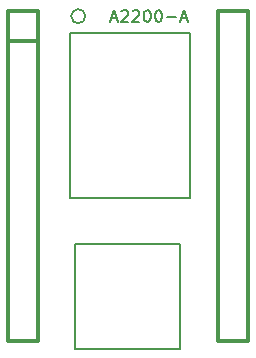
<source format=gto>
G04 (created by PCBNEW (2013-07-07 BZR 4022)-stable) date 3/7/2014 3:43:31 AM*
%MOIN*%
G04 Gerber Fmt 3.4, Leading zero omitted, Abs format*
%FSLAX34Y34*%
G01*
G70*
G90*
G04 APERTURE LIST*
%ADD10C,0.00590551*%
%ADD11C,0.012*%
G04 APERTURE END LIST*
G54D10*
X3943Y-746D02*
X4131Y-746D01*
X3906Y-859D02*
X4037Y-465D01*
X4168Y-859D01*
X4281Y-503D02*
X4300Y-484D01*
X4337Y-465D01*
X4431Y-465D01*
X4468Y-484D01*
X4487Y-503D01*
X4506Y-540D01*
X4506Y-578D01*
X4487Y-634D01*
X4262Y-859D01*
X4506Y-859D01*
X4656Y-503D02*
X4675Y-484D01*
X4712Y-465D01*
X4806Y-465D01*
X4843Y-484D01*
X4862Y-503D01*
X4881Y-540D01*
X4881Y-578D01*
X4862Y-634D01*
X4637Y-859D01*
X4881Y-859D01*
X5125Y-465D02*
X5162Y-465D01*
X5200Y-484D01*
X5218Y-503D01*
X5237Y-540D01*
X5256Y-615D01*
X5256Y-709D01*
X5237Y-784D01*
X5218Y-821D01*
X5200Y-840D01*
X5162Y-859D01*
X5125Y-859D01*
X5087Y-840D01*
X5068Y-821D01*
X5050Y-784D01*
X5031Y-709D01*
X5031Y-615D01*
X5050Y-540D01*
X5068Y-503D01*
X5087Y-484D01*
X5125Y-465D01*
X5499Y-465D02*
X5537Y-465D01*
X5574Y-484D01*
X5593Y-503D01*
X5612Y-540D01*
X5631Y-615D01*
X5631Y-709D01*
X5612Y-784D01*
X5593Y-821D01*
X5574Y-840D01*
X5537Y-859D01*
X5499Y-859D01*
X5462Y-840D01*
X5443Y-821D01*
X5424Y-784D01*
X5406Y-709D01*
X5406Y-615D01*
X5424Y-540D01*
X5443Y-503D01*
X5462Y-484D01*
X5499Y-465D01*
X5799Y-709D02*
X6099Y-709D01*
X6268Y-746D02*
X6456Y-746D01*
X6231Y-859D02*
X6362Y-465D01*
X6493Y-859D01*
G54D11*
X7500Y-500D02*
X7500Y-500D01*
X7500Y-500D02*
X8500Y-500D01*
X8500Y-500D02*
X8500Y-10500D01*
X7500Y-10500D02*
X7500Y-500D01*
X8500Y-9500D02*
X8500Y-11250D01*
X8500Y-11250D02*
X8500Y-11500D01*
X8500Y-11500D02*
X7500Y-11500D01*
X7500Y-11500D02*
X7500Y-9500D01*
X500Y-500D02*
X500Y-500D01*
X500Y-500D02*
X1500Y-500D01*
X1500Y-500D02*
X1500Y-10500D01*
X500Y-10500D02*
X500Y-500D01*
X500Y-1500D02*
X1500Y-1500D01*
X1500Y-9500D02*
X1500Y-11250D01*
X1500Y-11250D02*
X1500Y-11500D01*
X1500Y-11500D02*
X500Y-11500D01*
X500Y-11500D02*
X500Y-9500D01*
G54D10*
X3082Y-671D02*
G75*
G03X3082Y-671I-236J0D01*
G74*
G01*
X6586Y-1222D02*
X6586Y-6734D01*
X2570Y-1222D02*
X6586Y-1222D01*
X2570Y-1222D02*
X2570Y-6734D01*
X2570Y-6734D02*
X6586Y-6734D01*
X2750Y-8250D02*
X2750Y-11750D01*
X2750Y-11750D02*
X6250Y-11750D01*
X6250Y-11750D02*
X6250Y-8250D01*
X6250Y-8250D02*
X2750Y-8250D01*
M02*

</source>
